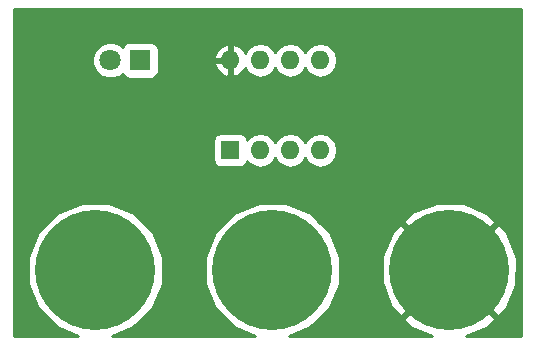
<source format=gbr>
G04 #@! TF.FileFunction,Copper,L2,Bot,Signal*
%FSLAX46Y46*%
G04 Gerber Fmt 4.6, Leading zero omitted, Abs format (unit mm)*
G04 Created by KiCad (PCBNEW 4.0.5) date Friday, March 24, 2017 'PMt' 10:18:35 PM*
%MOMM*%
%LPD*%
G01*
G04 APERTURE LIST*
%ADD10C,0.100000*%
%ADD11R,1.800000X1.800000*%
%ADD12C,1.800000*%
%ADD13R,1.600000X1.600000*%
%ADD14O,1.600000X1.600000*%
%ADD15C,10.160000*%
%ADD16C,0.254000*%
G04 APERTURE END LIST*
D10*
D11*
X146050000Y-71120000D03*
D12*
X143510000Y-71120000D03*
D13*
X153670000Y-78740000D03*
D14*
X161290000Y-71120000D03*
X156210000Y-78740000D03*
X158750000Y-71120000D03*
X158750000Y-78740000D03*
X156210000Y-71120000D03*
X161290000Y-78740000D03*
X153670000Y-71120000D03*
D15*
X142240000Y-88900000D03*
X172210000Y-88900000D03*
X157230000Y-88900000D03*
D16*
G36*
X178308000Y-94488000D02*
X173617394Y-94488000D01*
X175362142Y-93800765D01*
X175531444Y-93687641D01*
X176127223Y-92996828D01*
X172210000Y-89079605D01*
X168292777Y-92996828D01*
X168888556Y-93687641D01*
X170729158Y-94488000D01*
X158671554Y-94488000D01*
X160463058Y-93747766D01*
X162072116Y-92141514D01*
X162944005Y-90041771D01*
X162944096Y-89936758D01*
X166476011Y-89936758D01*
X167309235Y-92052142D01*
X167422359Y-92221444D01*
X168113172Y-92817223D01*
X172030395Y-88900000D01*
X172389605Y-88900000D01*
X176306828Y-92817223D01*
X176997641Y-92221444D01*
X177904265Y-90136463D01*
X177943989Y-87863242D01*
X177110765Y-85747858D01*
X176997641Y-85578556D01*
X176306828Y-84982777D01*
X172389605Y-88900000D01*
X172030395Y-88900000D01*
X168113172Y-84982777D01*
X167422359Y-85578556D01*
X166515735Y-87663537D01*
X166476011Y-89936758D01*
X162944096Y-89936758D01*
X162945989Y-87768204D01*
X162077766Y-85666942D01*
X161215503Y-84803172D01*
X168292777Y-84803172D01*
X172210000Y-88720395D01*
X176127223Y-84803172D01*
X175531444Y-84112359D01*
X173446463Y-83205735D01*
X171173242Y-83166011D01*
X169057858Y-83999235D01*
X168888556Y-84112359D01*
X168292777Y-84803172D01*
X161215503Y-84803172D01*
X160471514Y-84057884D01*
X158371771Y-83185995D01*
X156098204Y-83184011D01*
X153996942Y-84052234D01*
X152387884Y-85658486D01*
X151515995Y-87758229D01*
X151514011Y-90031796D01*
X152382234Y-92133058D01*
X153988486Y-93742116D01*
X155784775Y-94488000D01*
X143681554Y-94488000D01*
X145473058Y-93747766D01*
X147082116Y-92141514D01*
X147954005Y-90041771D01*
X147955989Y-87768204D01*
X147087766Y-85666942D01*
X145481514Y-84057884D01*
X143381771Y-83185995D01*
X141108204Y-83184011D01*
X139006942Y-84052234D01*
X137397884Y-85658486D01*
X136525995Y-87758229D01*
X136524011Y-90031796D01*
X137392234Y-92133058D01*
X138998486Y-93742116D01*
X140794775Y-94488000D01*
X135382000Y-94488000D01*
X135382000Y-77940000D01*
X152222560Y-77940000D01*
X152222560Y-79540000D01*
X152266838Y-79775317D01*
X152405910Y-79991441D01*
X152618110Y-80136431D01*
X152870000Y-80187440D01*
X154470000Y-80187440D01*
X154705317Y-80143162D01*
X154921441Y-80004090D01*
X155066431Y-79791890D01*
X155097815Y-79636911D01*
X155195302Y-79782811D01*
X155660849Y-80093880D01*
X156210000Y-80203113D01*
X156759151Y-80093880D01*
X157224698Y-79782811D01*
X157480000Y-79400725D01*
X157735302Y-79782811D01*
X158200849Y-80093880D01*
X158750000Y-80203113D01*
X159299151Y-80093880D01*
X159764698Y-79782811D01*
X160020000Y-79400725D01*
X160275302Y-79782811D01*
X160740849Y-80093880D01*
X161290000Y-80203113D01*
X161839151Y-80093880D01*
X162304698Y-79782811D01*
X162615767Y-79317264D01*
X162725000Y-78768113D01*
X162725000Y-78711887D01*
X162615767Y-78162736D01*
X162304698Y-77697189D01*
X161839151Y-77386120D01*
X161290000Y-77276887D01*
X160740849Y-77386120D01*
X160275302Y-77697189D01*
X160020000Y-78079275D01*
X159764698Y-77697189D01*
X159299151Y-77386120D01*
X158750000Y-77276887D01*
X158200849Y-77386120D01*
X157735302Y-77697189D01*
X157480000Y-78079275D01*
X157224698Y-77697189D01*
X156759151Y-77386120D01*
X156210000Y-77276887D01*
X155660849Y-77386120D01*
X155195302Y-77697189D01*
X155098899Y-77841465D01*
X155073162Y-77704683D01*
X154934090Y-77488559D01*
X154721890Y-77343569D01*
X154470000Y-77292560D01*
X152870000Y-77292560D01*
X152634683Y-77336838D01*
X152418559Y-77475910D01*
X152273569Y-77688110D01*
X152222560Y-77940000D01*
X135382000Y-77940000D01*
X135382000Y-71423991D01*
X141974735Y-71423991D01*
X142207932Y-71988371D01*
X142639357Y-72420551D01*
X143203330Y-72654733D01*
X143813991Y-72655265D01*
X144378371Y-72422068D01*
X144546613Y-72254120D01*
X144546838Y-72255317D01*
X144685910Y-72471441D01*
X144898110Y-72616431D01*
X145150000Y-72667440D01*
X146950000Y-72667440D01*
X147185317Y-72623162D01*
X147401441Y-72484090D01*
X147546431Y-72271890D01*
X147597440Y-72020000D01*
X147597440Y-71469041D01*
X152278086Y-71469041D01*
X152517611Y-71975134D01*
X152932577Y-72351041D01*
X153320961Y-72511904D01*
X153543000Y-72389915D01*
X153543000Y-71247000D01*
X152399371Y-71247000D01*
X152278086Y-71469041D01*
X147597440Y-71469041D01*
X147597440Y-70770959D01*
X152278086Y-70770959D01*
X152399371Y-70993000D01*
X153543000Y-70993000D01*
X153543000Y-69850085D01*
X153797000Y-69850085D01*
X153797000Y-70993000D01*
X153817000Y-70993000D01*
X153817000Y-71247000D01*
X153797000Y-71247000D01*
X153797000Y-72389915D01*
X154019039Y-72511904D01*
X154407423Y-72351041D01*
X154822389Y-71975134D01*
X154925014Y-71758297D01*
X155195302Y-72162811D01*
X155660849Y-72473880D01*
X156210000Y-72583113D01*
X156759151Y-72473880D01*
X157224698Y-72162811D01*
X157480000Y-71780725D01*
X157735302Y-72162811D01*
X158200849Y-72473880D01*
X158750000Y-72583113D01*
X159299151Y-72473880D01*
X159764698Y-72162811D01*
X160020000Y-71780725D01*
X160275302Y-72162811D01*
X160740849Y-72473880D01*
X161290000Y-72583113D01*
X161839151Y-72473880D01*
X162304698Y-72162811D01*
X162615767Y-71697264D01*
X162725000Y-71148113D01*
X162725000Y-71091887D01*
X162615767Y-70542736D01*
X162304698Y-70077189D01*
X161839151Y-69766120D01*
X161290000Y-69656887D01*
X160740849Y-69766120D01*
X160275302Y-70077189D01*
X160020000Y-70459275D01*
X159764698Y-70077189D01*
X159299151Y-69766120D01*
X158750000Y-69656887D01*
X158200849Y-69766120D01*
X157735302Y-70077189D01*
X157480000Y-70459275D01*
X157224698Y-70077189D01*
X156759151Y-69766120D01*
X156210000Y-69656887D01*
X155660849Y-69766120D01*
X155195302Y-70077189D01*
X154925014Y-70481703D01*
X154822389Y-70264866D01*
X154407423Y-69888959D01*
X154019039Y-69728096D01*
X153797000Y-69850085D01*
X153543000Y-69850085D01*
X153320961Y-69728096D01*
X152932577Y-69888959D01*
X152517611Y-70264866D01*
X152278086Y-70770959D01*
X147597440Y-70770959D01*
X147597440Y-70220000D01*
X147553162Y-69984683D01*
X147414090Y-69768559D01*
X147201890Y-69623569D01*
X146950000Y-69572560D01*
X145150000Y-69572560D01*
X144914683Y-69616838D01*
X144698559Y-69755910D01*
X144553569Y-69968110D01*
X144549433Y-69988534D01*
X144380643Y-69819449D01*
X143816670Y-69585267D01*
X143206009Y-69584735D01*
X142641629Y-69817932D01*
X142209449Y-70249357D01*
X141975267Y-70813330D01*
X141974735Y-71423991D01*
X135382000Y-71423991D01*
X135382000Y-66802000D01*
X178308000Y-66802000D01*
X178308000Y-94488000D01*
X178308000Y-94488000D01*
G37*
X178308000Y-94488000D02*
X173617394Y-94488000D01*
X175362142Y-93800765D01*
X175531444Y-93687641D01*
X176127223Y-92996828D01*
X172210000Y-89079605D01*
X168292777Y-92996828D01*
X168888556Y-93687641D01*
X170729158Y-94488000D01*
X158671554Y-94488000D01*
X160463058Y-93747766D01*
X162072116Y-92141514D01*
X162944005Y-90041771D01*
X162944096Y-89936758D01*
X166476011Y-89936758D01*
X167309235Y-92052142D01*
X167422359Y-92221444D01*
X168113172Y-92817223D01*
X172030395Y-88900000D01*
X172389605Y-88900000D01*
X176306828Y-92817223D01*
X176997641Y-92221444D01*
X177904265Y-90136463D01*
X177943989Y-87863242D01*
X177110765Y-85747858D01*
X176997641Y-85578556D01*
X176306828Y-84982777D01*
X172389605Y-88900000D01*
X172030395Y-88900000D01*
X168113172Y-84982777D01*
X167422359Y-85578556D01*
X166515735Y-87663537D01*
X166476011Y-89936758D01*
X162944096Y-89936758D01*
X162945989Y-87768204D01*
X162077766Y-85666942D01*
X161215503Y-84803172D01*
X168292777Y-84803172D01*
X172210000Y-88720395D01*
X176127223Y-84803172D01*
X175531444Y-84112359D01*
X173446463Y-83205735D01*
X171173242Y-83166011D01*
X169057858Y-83999235D01*
X168888556Y-84112359D01*
X168292777Y-84803172D01*
X161215503Y-84803172D01*
X160471514Y-84057884D01*
X158371771Y-83185995D01*
X156098204Y-83184011D01*
X153996942Y-84052234D01*
X152387884Y-85658486D01*
X151515995Y-87758229D01*
X151514011Y-90031796D01*
X152382234Y-92133058D01*
X153988486Y-93742116D01*
X155784775Y-94488000D01*
X143681554Y-94488000D01*
X145473058Y-93747766D01*
X147082116Y-92141514D01*
X147954005Y-90041771D01*
X147955989Y-87768204D01*
X147087766Y-85666942D01*
X145481514Y-84057884D01*
X143381771Y-83185995D01*
X141108204Y-83184011D01*
X139006942Y-84052234D01*
X137397884Y-85658486D01*
X136525995Y-87758229D01*
X136524011Y-90031796D01*
X137392234Y-92133058D01*
X138998486Y-93742116D01*
X140794775Y-94488000D01*
X135382000Y-94488000D01*
X135382000Y-77940000D01*
X152222560Y-77940000D01*
X152222560Y-79540000D01*
X152266838Y-79775317D01*
X152405910Y-79991441D01*
X152618110Y-80136431D01*
X152870000Y-80187440D01*
X154470000Y-80187440D01*
X154705317Y-80143162D01*
X154921441Y-80004090D01*
X155066431Y-79791890D01*
X155097815Y-79636911D01*
X155195302Y-79782811D01*
X155660849Y-80093880D01*
X156210000Y-80203113D01*
X156759151Y-80093880D01*
X157224698Y-79782811D01*
X157480000Y-79400725D01*
X157735302Y-79782811D01*
X158200849Y-80093880D01*
X158750000Y-80203113D01*
X159299151Y-80093880D01*
X159764698Y-79782811D01*
X160020000Y-79400725D01*
X160275302Y-79782811D01*
X160740849Y-80093880D01*
X161290000Y-80203113D01*
X161839151Y-80093880D01*
X162304698Y-79782811D01*
X162615767Y-79317264D01*
X162725000Y-78768113D01*
X162725000Y-78711887D01*
X162615767Y-78162736D01*
X162304698Y-77697189D01*
X161839151Y-77386120D01*
X161290000Y-77276887D01*
X160740849Y-77386120D01*
X160275302Y-77697189D01*
X160020000Y-78079275D01*
X159764698Y-77697189D01*
X159299151Y-77386120D01*
X158750000Y-77276887D01*
X158200849Y-77386120D01*
X157735302Y-77697189D01*
X157480000Y-78079275D01*
X157224698Y-77697189D01*
X156759151Y-77386120D01*
X156210000Y-77276887D01*
X155660849Y-77386120D01*
X155195302Y-77697189D01*
X155098899Y-77841465D01*
X155073162Y-77704683D01*
X154934090Y-77488559D01*
X154721890Y-77343569D01*
X154470000Y-77292560D01*
X152870000Y-77292560D01*
X152634683Y-77336838D01*
X152418559Y-77475910D01*
X152273569Y-77688110D01*
X152222560Y-77940000D01*
X135382000Y-77940000D01*
X135382000Y-71423991D01*
X141974735Y-71423991D01*
X142207932Y-71988371D01*
X142639357Y-72420551D01*
X143203330Y-72654733D01*
X143813991Y-72655265D01*
X144378371Y-72422068D01*
X144546613Y-72254120D01*
X144546838Y-72255317D01*
X144685910Y-72471441D01*
X144898110Y-72616431D01*
X145150000Y-72667440D01*
X146950000Y-72667440D01*
X147185317Y-72623162D01*
X147401441Y-72484090D01*
X147546431Y-72271890D01*
X147597440Y-72020000D01*
X147597440Y-71469041D01*
X152278086Y-71469041D01*
X152517611Y-71975134D01*
X152932577Y-72351041D01*
X153320961Y-72511904D01*
X153543000Y-72389915D01*
X153543000Y-71247000D01*
X152399371Y-71247000D01*
X152278086Y-71469041D01*
X147597440Y-71469041D01*
X147597440Y-70770959D01*
X152278086Y-70770959D01*
X152399371Y-70993000D01*
X153543000Y-70993000D01*
X153543000Y-69850085D01*
X153797000Y-69850085D01*
X153797000Y-70993000D01*
X153817000Y-70993000D01*
X153817000Y-71247000D01*
X153797000Y-71247000D01*
X153797000Y-72389915D01*
X154019039Y-72511904D01*
X154407423Y-72351041D01*
X154822389Y-71975134D01*
X154925014Y-71758297D01*
X155195302Y-72162811D01*
X155660849Y-72473880D01*
X156210000Y-72583113D01*
X156759151Y-72473880D01*
X157224698Y-72162811D01*
X157480000Y-71780725D01*
X157735302Y-72162811D01*
X158200849Y-72473880D01*
X158750000Y-72583113D01*
X159299151Y-72473880D01*
X159764698Y-72162811D01*
X160020000Y-71780725D01*
X160275302Y-72162811D01*
X160740849Y-72473880D01*
X161290000Y-72583113D01*
X161839151Y-72473880D01*
X162304698Y-72162811D01*
X162615767Y-71697264D01*
X162725000Y-71148113D01*
X162725000Y-71091887D01*
X162615767Y-70542736D01*
X162304698Y-70077189D01*
X161839151Y-69766120D01*
X161290000Y-69656887D01*
X160740849Y-69766120D01*
X160275302Y-70077189D01*
X160020000Y-70459275D01*
X159764698Y-70077189D01*
X159299151Y-69766120D01*
X158750000Y-69656887D01*
X158200849Y-69766120D01*
X157735302Y-70077189D01*
X157480000Y-70459275D01*
X157224698Y-70077189D01*
X156759151Y-69766120D01*
X156210000Y-69656887D01*
X155660849Y-69766120D01*
X155195302Y-70077189D01*
X154925014Y-70481703D01*
X154822389Y-70264866D01*
X154407423Y-69888959D01*
X154019039Y-69728096D01*
X153797000Y-69850085D01*
X153543000Y-69850085D01*
X153320961Y-69728096D01*
X152932577Y-69888959D01*
X152517611Y-70264866D01*
X152278086Y-70770959D01*
X147597440Y-70770959D01*
X147597440Y-70220000D01*
X147553162Y-69984683D01*
X147414090Y-69768559D01*
X147201890Y-69623569D01*
X146950000Y-69572560D01*
X145150000Y-69572560D01*
X144914683Y-69616838D01*
X144698559Y-69755910D01*
X144553569Y-69968110D01*
X144549433Y-69988534D01*
X144380643Y-69819449D01*
X143816670Y-69585267D01*
X143206009Y-69584735D01*
X142641629Y-69817932D01*
X142209449Y-70249357D01*
X141975267Y-70813330D01*
X141974735Y-71423991D01*
X135382000Y-71423991D01*
X135382000Y-66802000D01*
X178308000Y-66802000D01*
X178308000Y-94488000D01*
M02*

</source>
